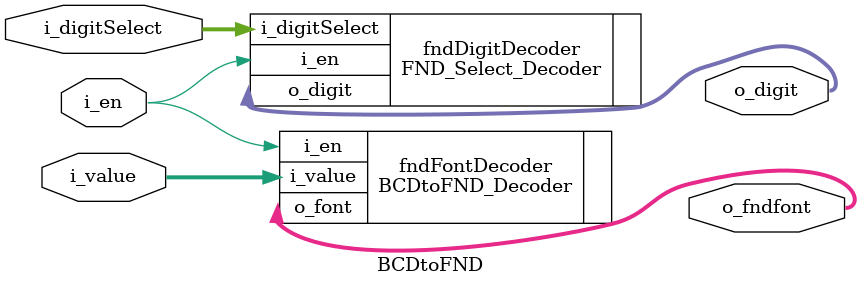
<source format=v>
`timescale 1ns / 1ps

module BCDtoFND(
    input [1:0] i_digitSelect,
    input [3:0] i_value,
    input i_en,

    output [3:0] o_digit,
    output [7:0] o_fndfont
    );

    FND_Select_Decoder fndDigitDecoder(
        .i_digitSelect(i_digitSelect),
        .i_en(i_en),
        .o_digit(o_digit)
    );

    BCDtoFND_Decoder fndFontDecoder(
        .i_value(i_value),
        .i_en(i_en),
        .o_font(o_fndfont)
    );
    
endmodule

</source>
